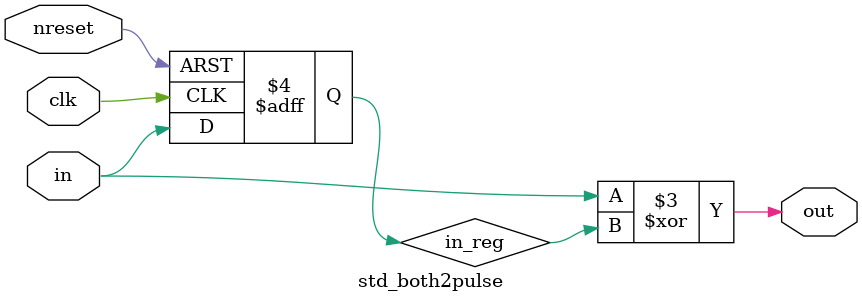
<source format=sv>


module std_both2pulse #(parameter DW = 1) // data width
(  
	input           clk,     // clock
	input 	      nreset, // async active low reset   
	input [DW-1:0]  in, // edge input
	output [DW-1:0] out     // one cycle pulse
);

logic [DW-1:0]    in_reg;

always_ff @(posedge clk, negedge nreset) begin 
	if(!nreset) begin
		in_reg[DW-1:0]  <= 'b0;
	end else begin
		in_reg[DW-1:0]  <= in[DW-1:0] ;
	end
end

assign out[DW-1:0]  = in[DW-1:0] ^ in_reg[DW-1:0] ;
   
endmodule // std_both2pulse


</source>
